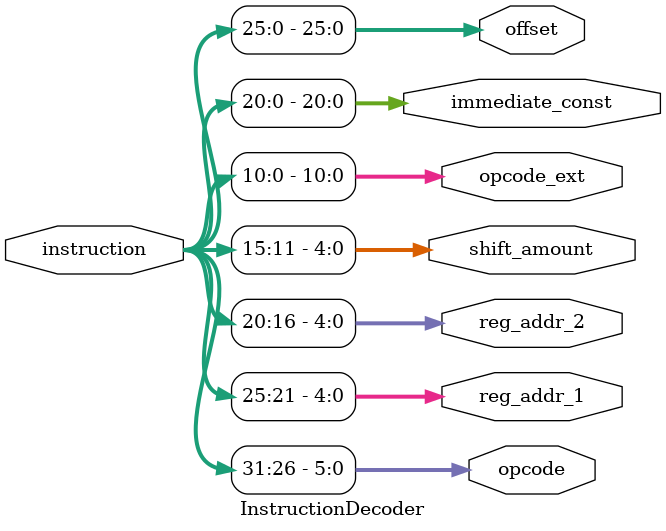
<source format=v>
`timescale 1ns / 1ps
`default_nettype none
/*
Assignment No - 7
Semester - Autumn 2018
Group - 3
Members:
  Suhas Jain - 19CS30048
  Monal Prasad - 19CS30030
*/

//////////////////////////////////////////////////////////////////////////////////

// A very simple module that splits the 32-bit addresse into various parts
module InstructionDecoder( input wire[31:0] instruction, output wire [5:0] opcode, 
									output wire [4:0] reg_addr_1, output wire [4:0] reg_addr_2,
									output wire [4:0] shift_amount, output wire [10:0] opcode_ext,
									output wire [20:0] immediate_const, output wire [25:0] offset);
								
assign opcode = instruction[31:26]; 			// the main opcode
assign reg_addr_1 = instruction[25:21]; 		// the address of the final register
assign reg_addr_2 = instruction[20:16];		// the address of the secondary register
assign shift_amount = instruction[15:11]; 	// the shift amount in case of shift instructions
assign opcode_ext = instruction[10:0]; 		// the opcode extension for arithmetic instructions
assign immediate_const = instruction[20:0];	// the immediate integer constant for load ,store, addi, subi, compi instructions
assign offset = instruction[25:0];				// the offset for unconditional branch

endmodule

</source>
